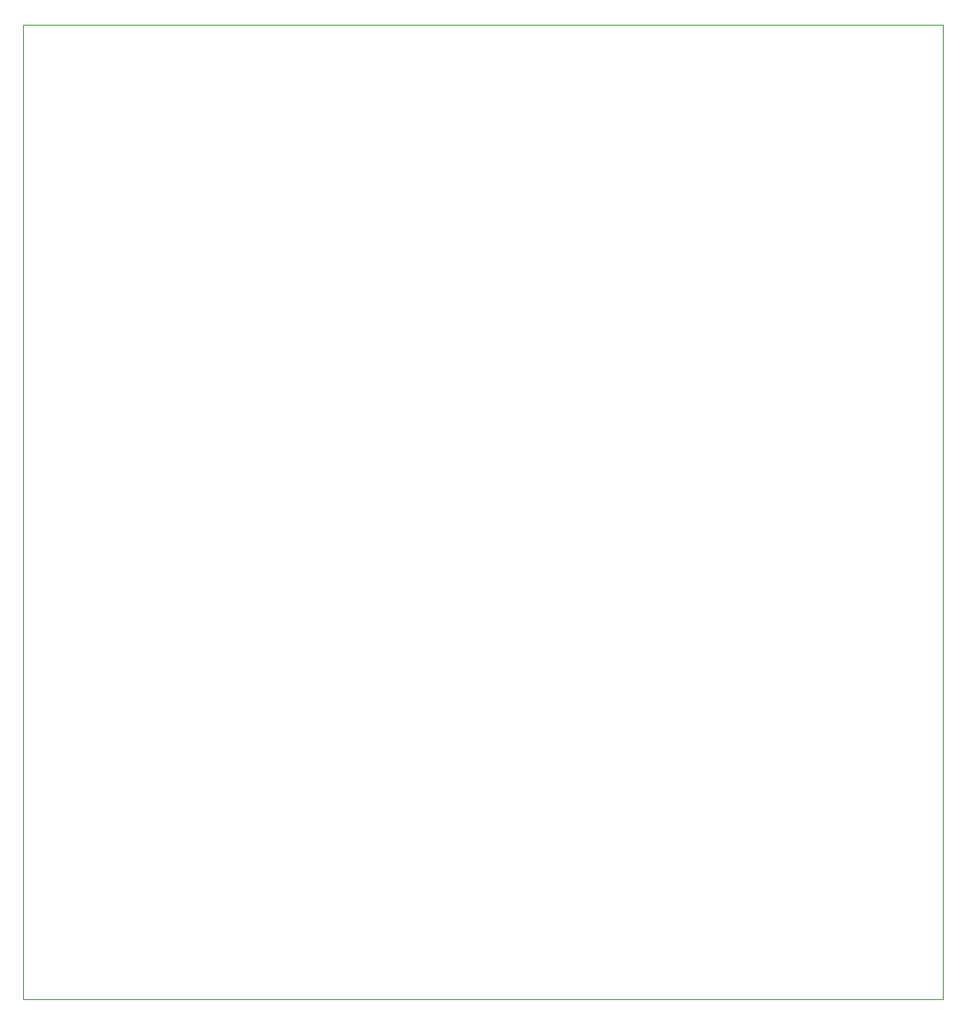
<source format=gbr>
%TF.GenerationSoftware,KiCad,Pcbnew,8.0.5*%
%TF.CreationDate,2024-10-21T23:59:58+02:00*%
%TF.ProjectId,retrooper_keyboard,72657472-6f6f-4706-9572-5f6b6579626f,rev?*%
%TF.SameCoordinates,Original*%
%TF.FileFunction,Profile,NP*%
%FSLAX46Y46*%
G04 Gerber Fmt 4.6, Leading zero omitted, Abs format (unit mm)*
G04 Created by KiCad (PCBNEW 8.0.5) date 2024-10-21 23:59:58*
%MOMM*%
%LPD*%
G01*
G04 APERTURE LIST*
%TA.AperFunction,Profile*%
%ADD10C,0.050000*%
%TD*%
G04 APERTURE END LIST*
D10*
X106560848Y-19645296D02*
X200902488Y-19645296D01*
X200902488Y-119492552D01*
X106560848Y-119492552D01*
X106560848Y-19645296D01*
M02*

</source>
